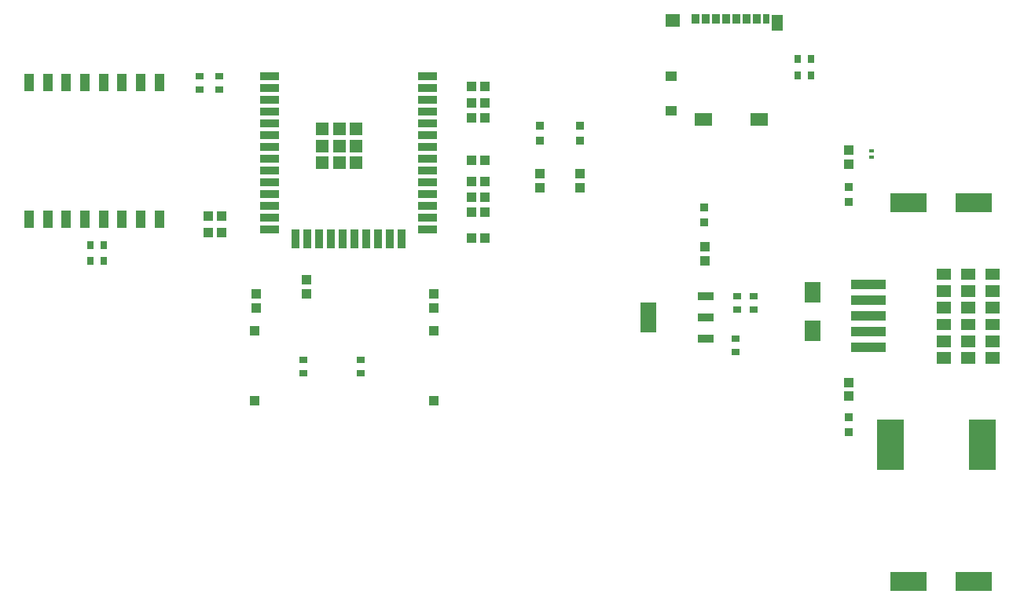
<source format=gtp>
G04*
G04 #@! TF.GenerationSoftware,Altium Limited,Altium Designer,22.5.1 (42)*
G04*
G04 Layer_Color=8421504*
%FSLAX44Y44*%
%MOMM*%
G71*
G04*
G04 #@! TF.SameCoordinates,439176CC-913A-41A4-8FE2-C616B98F55A6*
G04*
G04*
G04 #@! TF.FilePolarity,Positive*
G04*
G01*
G75*
%ADD16R,1.0000X1.1000*%
%ADD17R,2.0000X0.9000*%
%ADD18R,0.9000X2.0000*%
%ADD19R,1.3300X1.3300*%
%ADD20R,1.7500X2.2000*%
%ADD21R,1.0200X1.0400*%
%ADD22R,3.7900X0.9900*%
%ADD23R,2.8956X5.4102*%
%ADD24R,4.0000X2.0000*%
%ADD25R,0.9500X0.8500*%
%ADD26R,0.7300X0.9400*%
%ADD27R,1.5500X1.3500*%
%ADD28R,1.1700X1.8000*%
%ADD29R,1.9000X1.3500*%
%ADD30R,1.2000X1.0000*%
%ADD31R,0.8500X1.1000*%
%ADD32R,0.7500X1.1000*%
%ADD33R,1.0400X1.0200*%
%ADD34R,1.0500X1.9500*%
%ADD35R,0.9400X0.7300*%
%ADD36R,0.6000X0.3500*%
G04:AMPARAMS|DCode=37|XSize=0.9mm|YSize=1.75mm|CornerRadius=0.0495mm|HoleSize=0mm|Usage=FLASHONLY|Rotation=270.000|XOffset=0mm|YOffset=0mm|HoleType=Round|Shape=RoundedRectangle|*
%AMROUNDEDRECTD37*
21,1,0.9000,1.6510,0,0,270.0*
21,1,0.8010,1.7500,0,0,270.0*
1,1,0.0990,-0.8255,-0.4005*
1,1,0.0990,-0.8255,0.4005*
1,1,0.0990,0.8255,0.4005*
1,1,0.0990,0.8255,-0.4005*
%
%ADD37ROUNDEDRECTD37*%
G04:AMPARAMS|DCode=38|XSize=3.2mm|YSize=1.75mm|CornerRadius=0.0525mm|HoleSize=0mm|Usage=FLASHONLY|Rotation=270.000|XOffset=0mm|YOffset=0mm|HoleType=Round|Shape=RoundedRectangle|*
%AMROUNDEDRECTD38*
21,1,3.2000,1.6450,0,0,270.0*
21,1,3.0950,1.7500,0,0,270.0*
1,1,0.1050,-0.8225,-1.5475*
1,1,0.1050,-0.8225,1.5475*
1,1,0.1050,0.8225,1.5475*
1,1,0.1050,0.8225,-1.5475*
%
%ADD38ROUNDEDRECTD38*%
G36*
X1081650Y452060D02*
X1066450D01*
Y464560D01*
X1081650D01*
Y452060D01*
D02*
G37*
G36*
X1055350D02*
X1040150D01*
Y464560D01*
X1055350D01*
Y452060D01*
D02*
G37*
G36*
X1029050D02*
X1013850D01*
Y464560D01*
X1029050D01*
Y452060D01*
D02*
G37*
G36*
X1081650Y433960D02*
X1066450D01*
Y446460D01*
X1081650D01*
Y433960D01*
D02*
G37*
G36*
X1055350D02*
X1040150D01*
Y446460D01*
X1055350D01*
Y433960D01*
D02*
G37*
G36*
X1029050D02*
X1013850D01*
Y446460D01*
X1029050D01*
Y433960D01*
D02*
G37*
G36*
X1081650Y415860D02*
X1066450D01*
Y428360D01*
X1081650D01*
Y415860D01*
D02*
G37*
G36*
X1055350D02*
X1040150D01*
Y428360D01*
X1055350D01*
Y415860D01*
D02*
G37*
G36*
X1029050D02*
X1013850D01*
Y428360D01*
X1029050D01*
Y415860D01*
D02*
G37*
G36*
X1081650Y506360D02*
X1066450D01*
Y518860D01*
X1081650D01*
Y506360D01*
D02*
G37*
G36*
X1055350D02*
X1040150D01*
Y518860D01*
X1055350D01*
Y506360D01*
D02*
G37*
G36*
X1029050D02*
X1013850D01*
Y518860D01*
X1029050D01*
Y506360D01*
D02*
G37*
G36*
X1081650Y488260D02*
X1066450D01*
Y500760D01*
X1081650D01*
Y488260D01*
D02*
G37*
G36*
X1055350D02*
X1040150D01*
Y500760D01*
X1055350D01*
Y488260D01*
D02*
G37*
G36*
X1029050D02*
X1013850D01*
Y500760D01*
X1029050D01*
Y488260D01*
D02*
G37*
G36*
X1081650Y470160D02*
X1066450D01*
Y482660D01*
X1081650D01*
Y470160D01*
D02*
G37*
G36*
X1055350D02*
X1040150D01*
Y482660D01*
X1055350D01*
Y470160D01*
D02*
G37*
G36*
X1029050D02*
X1013850D01*
Y482660D01*
X1029050D01*
Y470160D01*
D02*
G37*
D16*
X472440Y376520D02*
D03*
Y451520D02*
D03*
X279400D02*
D03*
Y376520D02*
D03*
D17*
X295270Y725810D02*
D03*
Y713110D02*
D03*
Y700410D02*
D03*
Y687710D02*
D03*
Y675010D02*
D03*
Y662310D02*
D03*
Y649610D02*
D03*
Y636910D02*
D03*
Y624210D02*
D03*
Y611510D02*
D03*
Y598810D02*
D03*
Y586110D02*
D03*
Y573410D02*
D03*
Y560710D02*
D03*
X465270D02*
D03*
Y573410D02*
D03*
Y586110D02*
D03*
Y598810D02*
D03*
Y611510D02*
D03*
Y624210D02*
D03*
Y636910D02*
D03*
Y649610D02*
D03*
Y662310D02*
D03*
Y675010D02*
D03*
Y687710D02*
D03*
Y700410D02*
D03*
Y713110D02*
D03*
Y725810D02*
D03*
D18*
X323120Y550710D02*
D03*
X335820D02*
D03*
X348520D02*
D03*
X361220D02*
D03*
X373920D02*
D03*
X386620D02*
D03*
X399320D02*
D03*
X412020D02*
D03*
X424720D02*
D03*
X437420D02*
D03*
D19*
X351920Y669160D02*
D03*
X370270D02*
D03*
X388620D02*
D03*
Y650810D02*
D03*
X370270D02*
D03*
X351920D02*
D03*
Y632460D02*
D03*
X370270D02*
D03*
X388620D02*
D03*
D20*
X880110Y451940D02*
D03*
Y492940D02*
D03*
D21*
X919480Y381000D02*
D03*
Y395700D02*
D03*
Y631190D02*
D03*
Y645890D02*
D03*
X586740Y620760D02*
D03*
Y606060D02*
D03*
X629920Y620760D02*
D03*
Y606060D02*
D03*
X335280Y506460D02*
D03*
Y491760D02*
D03*
X472440Y491220D02*
D03*
Y476520D02*
D03*
X764540Y541750D02*
D03*
Y527050D02*
D03*
X280670Y476250D02*
D03*
Y490950D02*
D03*
D22*
X940250Y501360D02*
D03*
Y484360D02*
D03*
Y467360D02*
D03*
Y450360D02*
D03*
Y433360D02*
D03*
D23*
X1062990Y328930D02*
D03*
X963930D02*
D03*
D24*
X983040Y589280D02*
D03*
X1054040D02*
D03*
Y181610D02*
D03*
X983040D02*
D03*
D25*
X919480Y606170D02*
D03*
Y590170D02*
D03*
X586740Y672590D02*
D03*
Y656590D02*
D03*
X919480Y342520D02*
D03*
Y358520D02*
D03*
X763270Y568580D02*
D03*
Y584580D02*
D03*
X629920Y656590D02*
D03*
Y672590D02*
D03*
D26*
X878320Y744220D02*
D03*
X864120D02*
D03*
X878320Y726440D02*
D03*
X864120D02*
D03*
X116320Y543560D02*
D03*
X102120D02*
D03*
X116320Y527050D02*
D03*
X102120D02*
D03*
D27*
X729210Y786040D02*
D03*
D28*
X842410Y783790D02*
D03*
D29*
X762460Y679040D02*
D03*
X822160D02*
D03*
D30*
X727460Y688790D02*
D03*
Y725790D02*
D03*
D31*
X753810Y787290D02*
D03*
X764810D02*
D03*
X775810D02*
D03*
X786810D02*
D03*
X797810D02*
D03*
X808810D02*
D03*
X819810D02*
D03*
D32*
X830310D02*
D03*
D33*
X512620Y715010D02*
D03*
X527320D02*
D03*
X512620Y697230D02*
D03*
X527320D02*
D03*
X512620Y680720D02*
D03*
X527320D02*
D03*
X512620Y635000D02*
D03*
X527320D02*
D03*
X512620Y612140D02*
D03*
X527320D02*
D03*
X512620Y595630D02*
D03*
X527320D02*
D03*
X243840Y575310D02*
D03*
X229140D02*
D03*
X243840Y557530D02*
D03*
X229140D02*
D03*
X512620Y579120D02*
D03*
X527320D02*
D03*
X512620Y551180D02*
D03*
X527320D02*
D03*
D34*
X176200Y719500D02*
D03*
X156200D02*
D03*
X136200D02*
D03*
X116200D02*
D03*
X96200D02*
D03*
X76200D02*
D03*
X56200D02*
D03*
X36200D02*
D03*
Y571500D02*
D03*
X56200D02*
D03*
X76200D02*
D03*
X96200D02*
D03*
X116200D02*
D03*
X136200D02*
D03*
X156200D02*
D03*
X176200D02*
D03*
D35*
X241300Y711720D02*
D03*
Y725920D02*
D03*
X219710D02*
D03*
Y711720D02*
D03*
X393700Y406170D02*
D03*
Y420370D02*
D03*
X331470Y406170D02*
D03*
Y420370D02*
D03*
X816610Y474230D02*
D03*
Y488430D02*
D03*
X798830Y474230D02*
D03*
Y488430D02*
D03*
X797560Y428510D02*
D03*
Y442710D02*
D03*
D36*
X943610Y638810D02*
D03*
Y645310D02*
D03*
D37*
X765310Y466090D02*
D03*
Y443090D02*
D03*
Y489090D02*
D03*
D38*
X702810Y466090D02*
D03*
M02*

</source>
